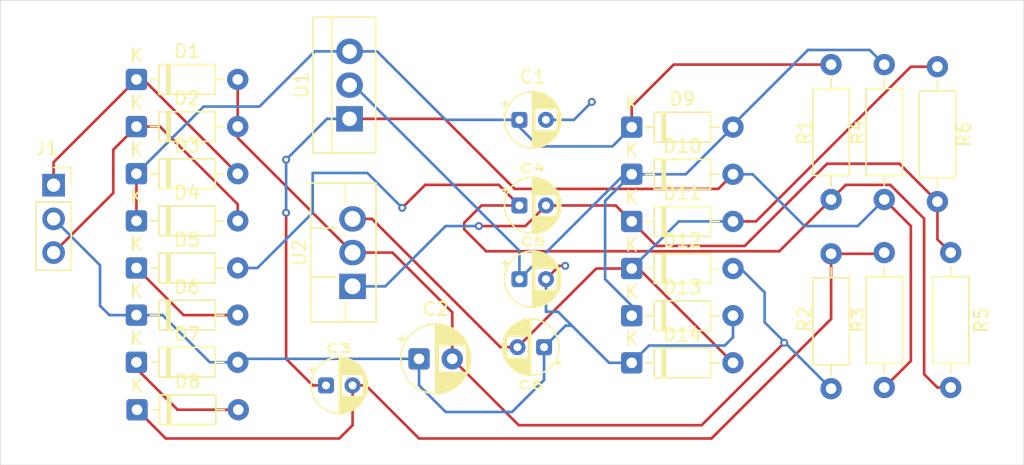
<source format=kicad_pcb>
(kicad_pcb (version 20241229) (generator "pcbnew") (generator_version "9.0")
  (layers (0 "F.Cu" signal) (2 "B.Cu" signal) (13 "F.Paste" user) (15 "B.Paste" user) (5 "F.SilkS" user "F.Silkscreen") (7 "B.SilkS" user "B.Silkscreen") (1 "F.Mask" user) (3 "B.Mask" user) (25 "Edge.Cuts" user))
  (net 0 "")
  (net 1 "Net-(D3-K)")
  (net 2 "GND")
  (net 3 "Net-(D1-A)")
  (net 4 "Net-(D8-K)")
  (net 5 "Net-(D10-A)")
  (net 6 "Net-(D11-K)")
  (net 7 "Net-(D5-A)")
  (net 8 "+15V")
  (net 9 "-15V")
  (net 10 "Net-(D1-K)")
  (net 11 "Net-(D2-K)")
  (net 12 "Net-(D5-K)")
  (net 13 "Net-(D7-K)")
  (footprint "Capacitor_THT:CP_Radial_D4.0mm_P2.00mm" (layer "F.Cu") (at 116.55 58)
    (property "Reference" "C1" (at 1 -3.25 0) (layer "F.SilkS"))
    (property "Value" "2,200uF" (hide yes))
    (pad "1" thru_hole roundrect (at 0 0) (size 1.2 1.2) (drill 0.6) (layers "*.Cu" "*.Mask") (roundrect_rratio 0.208333) (net 1 "Net-(D3-K)"))
    (pad "2" thru_hole circle (at 2 0) (size 1.2 1.2) (drill 0.6) (layers "*.Cu" "*.Mask") (net 2 "GND"))
  )
  (footprint "Diode_THT:D_DO-35_SOD27_P7.62mm_Horizontal" (layer "F.Cu") (at 125 58.55)
    (property "Reference" "D9" (at 3.81 -2.12 0) (layer "F.SilkS"))
    (property "Value" "D")
    (fp_text user "K" (at 0 -1.8 0) (layer "F.SilkS"))
    (pad "1" thru_hole roundrect (at 0 0) (size 1.6 1.6) (drill 0.8) (layers "*.Cu" "*.Mask") (roundrect_rratio 0.15625) (net 1 "Net-(D3-K)"))
    (pad "2" thru_hole circle (at 7.62 0) (size 1.6 1.6) (drill 0.8) (layers "*.Cu" "*.Mask") (net 8 "+15V"))
  )
  (footprint "Resistor_THT:R_Axial_DIN0207_L6.3mm_D2.5mm_P10.16mm_Horizontal" (layer "F.Cu") (at 140 68.088149 -90)
    (property "Reference" "R2" (at 4.911851 2 90) (layer "F.SilkS"))
    (property "Value" "2.2K" (hide yes))
    (pad "1" thru_hole circle (at 0 0 270) (size 1.6 1.6) (drill 0.8) (layers "*.Cu" "*.Mask") (net 4 "Net-(D8-K)"))
    (pad "2" thru_hole circle (at 10.16 0 270) (size 1.6 1.6) (drill 0.8) (layers "*.Cu" "*.Mask") (net 3 "Net-(D1-A)"))
  )
  (footprint "Package_TO_SOT_THT:TO-220F-3_Vertical" (layer "F.Cu") (at 104 70.54 90)
    (property "Reference" "U2" (at 2.54 -4 90) (layer "F.SilkS"))
    (property "Value" "LM337_SOT223")
    (pad "1" thru_hole rect (at 0 0 90) (size 1.905 2) (drill 1.2) (layers "*.Cu" "*.Mask") (net 6 "Net-(D11-K)"))
    (pad "2" thru_hole oval (at 2.54 0 90) (size 1.905 2) (drill 1.2) (layers "*.Cu" "*.Mask") (net 3 "Net-(D1-A)"))
    (pad "3" thru_hole oval (at 5.08 0 90) (size 1.905 2) (drill 1.2) (layers "*.Cu" "*.Mask") (net 9 "-15V"))
  )
  (footprint "Package_TO_SOT_THT:TO-262-3_Vertical" (layer "F.Cu") (at 103.775 57.925 90)
    (property "Reference" "U1" (at 2.54 -3.6 90) (layer "F.SilkS"))
    (property "Value" "LM317_TO-263")
    (pad "1" thru_hole rect (at 0 0 90) (size 1.905 2) (drill 1.1) (layers "*.Cu" "*.Mask") (net 5 "Net-(D10-A)"))
    (pad "2" thru_hole oval (at 2.54 0 90) (size 1.905 2) (drill 1.1) (layers "*.Cu" "*.Mask") (net 8 "+15V"))
    (pad "3" thru_hole oval (at 5.08 0 90) (size 1.905 2) (drill 1.1) (layers "*.Cu" "*.Mask") (net 1 "Net-(D3-K)"))
  )
  (footprint "Capacitor_THT:CP_Radial_D4.0mm_P2.00mm" (layer "F.Cu") (at 116.55 70)
    (property "Reference" "C5" (at 1.0171 -2.809631 0) (layer "F.SilkS") (effects (font (size 0.6 1))))
    (property "Value" "0.1uF" (hide yes))
    (pad "1" thru_hole roundrect (at 0 0) (size 1.2 1.2) (drill 0.6) (layers "*.Cu" "*.Mask") (roundrect_rratio 0.208333) (net 8 "+15V"))
    (pad "2" thru_hole circle (at 2 0) (size 1.2 1.2) (drill 0.6) (layers "*.Cu" "*.Mask") (net 2 "GND"))
  )
  (footprint "Diode_THT:D_DO-35_SOD27_P7.62mm_Horizontal" (layer "F.Cu") (at 125 72.75)
    (property "Reference" "D13" (at 3.81 -2.12 0) (layer "F.SilkS"))
    (property "Value" "D")
    (fp_text user "K" (at 0 -1.8 0) (layer "F.SilkS"))
    (pad "1" thru_hole roundrect (at 0 0) (size 1.6 1.6) (drill 0.8) (layers "*.Cu" "*.Mask") (roundrect_rratio 0.15625) (net 8 "+15V"))
    (pad "2" thru_hole circle (at 7.62 0) (size 1.6 1.6) (drill 0.8) (layers "*.Cu" "*.Mask") (net 2 "GND"))
  )
  (footprint "Diode_THT:D_DO-35_SOD27_P7.62mm_Horizontal" (layer "F.Cu") (at 87.78342 79.833885)
    (property "Reference" "D8" (at 3.81 -2.12 0) (layer "F.SilkS"))
    (property "Value" "D" (hide yes))
    (fp_text user "K" (at 0 -1.8 0) (layer "F.SilkS"))
    (pad "1" thru_hole roundrect (at 0 0) (size 1.6 1.6) (drill 0.8) (layers "*.Cu" "*.Mask") (roundrect_rratio 0.15625) (net 4 "Net-(D8-K)"))
    (pad "2" thru_hole circle (at 7.62 0) (size 1.6 1.6) (drill 0.8) (layers "*.Cu" "*.Mask") (net 13 "Net-(D7-K)"))
  )
  (footprint "Diode_THT:D_DO-35_SOD27_P7.62mm_Horizontal" (layer "F.Cu") (at 87.740725 65.60813)
    (property "Reference" "D4" (at 3.81 -2.12 0) (layer "F.SilkS"))
    (property "Value" "D")
    (fp_text user "K" (at 0 -1.8 0) (layer "F.SilkS"))
    (pad "1" thru_hole roundrect (at 0 0) (size 1.6 1.6) (drill 0.8) (layers "*.Cu" "*.Mask") (roundrect_rratio 0.15625) (net 1 "Net-(D3-K)"))
    (pad "2" thru_hole circle (at 7.62 0) (size 1.6 1.6) (drill 0.8) (layers "*.Cu" "*.Mask") (net 11 "Net-(D2-K)"))
  )
  (footprint "Diode_THT:D_DO-35_SOD27_P7.62mm_Horizontal" (layer "F.Cu") (at 87.740725 62.05813)
    (property "Reference" "D3" (at 3.81 -2.12 0) (layer "F.SilkS"))
    (property "Value" "D")
    (fp_text user "K" (at 0 -1.8 0) (layer "F.SilkS"))
    (pad "1" thru_hole roundrect (at 0 0) (size 1.6 1.6) (drill 0.8) (layers "*.Cu" "*.Mask") (roundrect_rratio 0.15625) (net 1 "Net-(D3-K)"))
    (pad "2" thru_hole circle (at 7.62 0) (size 1.6 1.6) (drill 0.8) (layers "*.Cu" "*.Mask") (net 10 "Net-(D1-K)"))
  )
  (footprint "Resistor_THT:R_Axial_DIN0207_L6.3mm_D2.5mm_P10.16mm_Horizontal" (layer "F.Cu") (at 148 64.16 90)
    (property "Reference" "R6" (at 5.08 2 90) (layer "F.SilkS"))
    (property "Value" "120" (hide yes))
    (pad "1" thru_hole circle (at 0 0 90) (size 1.6 1.6) (drill 0.8) (layers "*.Cu" "*.Mask") (net 6 "Net-(D11-K)"))
    (pad "2" thru_hole circle (at 10.16 0 90) (size 1.6 1.6) (drill 0.8) (layers "*.Cu" "*.Mask") (net 9 "-15V"))
  )
  (footprint "Diode_THT:D_DO-35_SOD27_P7.62mm_Horizontal" (layer "F.Cu") (at 87.740725 58.50813)
    (property "Reference" "D2" (at 3.81 -2.12 0) (layer "F.SilkS"))
    (property "Value" "D")
    (fp_text user "K" (at 0 -1.8 0) (layer "F.SilkS"))
    (pad "1" thru_hole roundrect (at 0 0) (size 1.6 1.6) (drill 0.8) (layers "*.Cu" "*.Mask") (roundrect_rratio 0.15625) (net 11 "Net-(D2-K)"))
    (pad "2" thru_hole circle (at 7.62 0) (size 1.6 1.6) (drill 0.8) (layers "*.Cu" "*.Mask") (net 3 "Net-(D1-A)"))
  )
  (footprint "Diode_THT:D_DO-35_SOD27_P7.62mm_Horizontal" (layer "F.Cu") (at 87.740725 72.70813)
    (property "Reference" "D6" (at 3.81 -2.12 0) (layer "F.SilkS"))
    (property "Value" "D")
    (fp_text user "K" (at 0 -1.8 0) (layer "F.SilkS"))
    (pad "1" thru_hole roundrect (at 0 0) (size 1.6 1.6) (drill 0.8) (layers "*.Cu" "*.Mask") (roundrect_rratio 0.15625) (net 2 "GND"))
    (pad "2" thru_hole circle (at 7.62 0) (size 1.6 1.6) (drill 0.8) (layers "*.Cu" "*.Mask") (net 12 "Net-(D5-K)"))
  )
  (footprint "Diode_THT:D_DO-35_SOD27_P7.62mm_Horizontal" (layer "F.Cu") (at 87.740725 54.95813)
    (property "Reference" "D1" (at 3.81 -2.12 0) (layer "F.SilkS"))
    (property "Value" "D")
    (fp_text user "K" (at 0 -1.8 0) (layer "F.SilkS"))
    (pad "1" thru_hole roundrect (at 0 0) (size 1.6 1.6) (drill 0.8) (layers "*.Cu" "*.Mask") (roundrect_rratio 0.15625) (net 10 "Net-(D1-K)"))
    (pad "2" thru_hole circle (at 7.62 0) (size 1.6 1.6) (drill 0.8) (layers "*.Cu" "*.Mask") (net 3 "Net-(D1-A)"))
  )
  (footprint "Diode_THT:D_DO-35_SOD27_P7.62mm_Horizontal" (layer "F.Cu") (at 125 76.3)
    (property "Reference" "D14" (at 3.81 -2.12 0) (layer "F.SilkS"))
    (property "Value" "D")
    (fp_text user "K" (at 0 -1.8 0) (layer "F.SilkS"))
    (pad "1" thru_hole roundrect (at 0 0) (size 1.6 1.6) (drill 0.8) (layers "*.Cu" "*.Mask") (roundrect_rratio 0.15625) (net 2 "GND"))
    (pad "2" thru_hole circle (at 7.62 0) (size 1.6 1.6) (drill 0.8) (layers "*.Cu" "*.Mask") (net 9 "-15V"))
  )
  (footprint "Capacitor_THT:CP_Radial_D4.0mm_P2.00mm" (layer "F.Cu") (at 118.406735 75.121968 180)
    (property "Reference" "C6" (at 1 -2.854301 0) (layer "F.SilkS") (effects (font (size 0.6 1))))
    (property "Value" "0.1uF" (hide yes))
    (pad "1" thru_hole roundrect (at 0 0 180) (size 1.2 1.2) (drill 0.6) (layers "*.Cu" "*.Mask") (roundrect_rratio 0.208333) (net 2 "GND"))
    (pad "2" thru_hole circle (at 2 0 180) (size 1.2 1.2) (drill 0.6) (layers "*.Cu" "*.Mask") (net 9 "-15V"))
  )
  (footprint "Resistor_THT:R_Axial_DIN0207_L6.3mm_D2.5mm_P10.16mm_Horizontal" (layer "F.Cu") (at 149 78.16 90)
    (property "Reference" "R5" (at 5.074268 2.290642 90) (layer "F.SilkS"))
    (property "Value" "5KB" (hide yes))
    (pad "1" thru_hole circle (at 0 0 90) (size 1.6 1.6) (drill 0.8) (layers "*.Cu" "*.Mask") (net 7 "Net-(D5-A)"))
    (pad "2" thru_hole circle (at 10.16 0 90) (size 1.6 1.6) (drill 0.8) (layers "*.Cu" "*.Mask") (net 6 "Net-(D11-K)"))
  )
  (footprint "Connector_PinSocket_2.54mm:PinSocket_1x03_P2.54mm_Vertical" (layer "F.Cu") (at 81.50813 62.92)
    (property "Reference" "J1" (at -0.50813 -2.77 0) (layer "F.SilkS"))
    (property "Value" "Screw_Terminal_01x03" (hide yes))
    (pad "1" thru_hole rect (at 0 0) (size 1.7 1.7) (drill 1) (layers "*.Cu" "*.Mask") (net 10 "Net-(D1-K)"))
    (pad "2" thru_hole circle (at 0 2.54) (size 1.7 1.7) (drill 1) (layers "*.Cu" "*.Mask") (net 2 "GND"))
    (pad "3" thru_hole circle (at 0 5.08) (size 1.7 1.7) (drill 1) (layers "*.Cu" "*.Mask") (net 11 "Net-(D2-K)"))
  )
  (footprint "Diode_THT:D_DO-35_SOD27_P7.62mm_Horizontal" (layer "F.Cu") (at 87.740725 69.15813)
    (property "Reference" "D5" (at 3.81 -2.12 0) (layer "F.SilkS"))
    (property "Value" "D")
    (fp_text user "K" (at 0 -1.8 0) (layer "F.SilkS"))
    (pad "1" thru_hole roundrect (at 0 0) (size 1.6 1.6) (drill 0.8) (layers "*.Cu" "*.Mask") (roundrect_rratio 0.15625) (net 12 "Net-(D5-K)"))
    (pad "2" thru_hole circle (at 7.62 0) (size 1.6 1.6) (drill 0.8) (layers "*.Cu" "*.Mask") (net 7 "Net-(D5-A)"))
  )
  (footprint "Diode_THT:D_DO-35_SOD27_P7.62mm_Horizontal" (layer "F.Cu") (at 125 69.2)
    (property "Reference" "D12" (at 3.81 -2.12 0) (layer "F.SilkS"))
    (property "Value" "D")
    (fp_text user "K" (at 0 -1.8 0) (layer "F.SilkS"))
    (pad "1" thru_hole roundrect (at 0 0) (size 1.6 1.6) (drill 0.8) (layers "*.Cu" "*.Mask") (roundrect_rratio 0.15625) (net 9 "-15V"))
    (pad "2" thru_hole circle (at 7.62 0) (size 1.6 1.6) (drill 0.8) (layers "*.Cu" "*.Mask") (net 3 "Net-(D1-A)"))
  )
  (footprint "Diode_THT:D_DO-35_SOD27_P7.62mm_Horizontal" (layer "F.Cu") (at 125 62.1)
    (property "Reference" "D10" (at 3.81 -2.12 0) (layer "F.SilkS"))
    (property "Value" "D")
    (fp_text user "K" (at 0 -1.8 0) (layer "F.SilkS"))
    (pad "1" thru_hole roundrect (at 0 0) (size 1.6 1.6) (drill 0.8) (layers "*.Cu" "*.Mask") (roundrect_rratio 0.15625) (net 8 "+15V"))
    (pad "2" thru_hole circle (at 7.62 0) (size 1.6 1.6) (drill 0.8) (layers "*.Cu" "*.Mask") (net 5 "Net-(D10-A)"))
  )
  (footprint "Resistor_THT:R_Axial_DIN0207_L6.3mm_D2.5mm_P10.16mm_Horizontal" (layer "F.Cu") (at 144 53.84 -90)
    (property "Reference" "R4" (at 5.08 2 90) (layer "F.SilkS") (effects (font (size 0.8 1))))
    (property "Value" "120" (hide yes))
    (pad "1" thru_hole circle (at 0 0 270) (size 1.6 1.6) (drill 0.8) (layers "*.Cu" "*.Mask") (net 8 "+15V"))
    (pad "2" thru_hole circle (at 10.16 0 270) (size 1.6 1.6) (drill 0.8) (layers "*.Cu" "*.Mask") (net 5 "Net-(D10-A)"))
  )
  (footprint "Resistor_THT:R_Axial_DIN0207_L6.3mm_D2.5mm_P10.16mm_Horizontal" (layer "F.Cu") (at 140 53.84 -90)
    (property "Reference" "R1" (at 5.08 2 90) (layer "F.SilkS"))
    (property "Value" "2.2K" (hide yes))
    (pad "1" thru_hole circle (at 0 0 270) (size 1.6 1.6) (drill 0.8) (layers "*.Cu" "*.Mask") (net 1 "Net-(D3-K)"))
    (pad "2" thru_hole circle (at 10.16 0 270) (size 1.6 1.6) (drill 0.8) (layers "*.Cu" "*.Mask") (net 7 "Net-(D5-A)"))
  )
  (footprint "Capacitor_THT:CP_Radial_D4.0mm_P2.00mm" (layer "F.Cu") (at 116.55 64.45)
    (property "Reference" "C4" (at 0.993369 -2.81259 0) (layer "F.SilkS") (effects (font (size 0.6 1))))
    (property "Value" "10uF" (hide yes))
    (pad "1" thru_hole roundrect (at 0 0) (size 1.2 1.2) (drill 0.6) (layers "*.Cu" "*.Mask") (roundrect_rratio 0.208333) (net 7 "Net-(D5-A)"))
    (pad "2" thru_hole circle (at 2 0) (size 1.2 1.2) (drill 0.6) (layers "*.Cu" "*.Mask") (net 6 "Net-(D11-K)"))
  )
  (footprint "Capacitor_THT:CP_Radial_D4.0mm_P2.00mm" (layer "F.Cu") (at 102 78)
    (property "Reference" "C3" (at 0.969639 -2.768087 0) (layer "F.SilkS") (effects (font (size 0.6 1))))
    (property "Value" "10Uf" (hide yes))
    (pad "1" thru_hole roundrect (at 0 0) (size 1.2 1.2) (drill 0.6) (layers "*.Cu" "*.Mask") (roundrect_rratio 0.208333) (net 5 "Net-(D10-A)"))
    (pad "2" thru_hole circle (at 2 0) (size 1.2 1.2) (drill 0.6) (layers "*.Cu" "*.Mask") (net 4 "Net-(D8-K)"))
  )
  (footprint "Capacitor_THT:CP_Radial_D5.0mm_P2.50mm" (layer "F.Cu") (at 109 76)
    (property "Reference" "C2" (at 1.25 -3.75 0) (layer "F.SilkS"))
    (property "Value" "2,200uF" (hide yes))
    (pad "1" thru_hole roundrect (at 0 0) (size 1.6 1.6) (drill 0.8) (layers "*.Cu" "*.Mask") (roundrect_rratio 0.15625) (net 2 "GND"))
    (pad "2" thru_hole circle (at 2.5 0) (size 1.6 1.6) (drill 0.8) (layers "*.Cu" "*.Mask") (net 3 "Net-(D1-A)"))
  )
  (footprint "Resistor_THT:R_Axial_DIN0207_L6.3mm_D2.5mm_P10.16mm_Horizontal" (layer "F.Cu") (at 144 78.16 90)
    (property "Reference" "R3" (at 5.08 -2 90) (layer "F.SilkS") (effects (font (size 0.8 1))))
    (property "Value" "5KB" (hide yes))
    (pad "1" thru_hole circle (at 0 0 90) (size 1.6 1.6) (drill 0.8) (layers "*.Cu" "*.Mask") (net 5 "Net-(D10-A)"))
    (pad "2" thru_hole circle (at 10.16 0 90) (size 1.6 1.6) (drill 0.8) (layers "*.Cu" "*.Mask") (net 4 "Net-(D8-K)"))
  )
  (footprint "Diode_THT:D_DO-35_SOD27_P7.62mm_Horizontal" (layer "F.Cu") (at 125 65.65)
    (property "Reference" "D11" (at 3.81 -2.12 0) (layer "F.SilkS"))
    (property "Value" "D")
    (fp_text user "K" (at 0 -1.8 0) (layer "F.SilkS"))
    (pad "1" thru_hole roundrect (at 0 0) (size 1.6 1.6) (drill 0.8) (layers "*.Cu" "*.Mask") (roundrect_rratio 0.15625) (net 6 "Net-(D11-K)"))
    (pad "2" thru_hole circle (at 7.62 0) (size 1.6 1.6) (drill 0.8) (layers "*.Cu" "*.Mask") (net 9 "-15V"))
  )
  (footprint "Diode_THT:D_DO-35_SOD27_P7.62mm_Horizontal" (layer "F.Cu") (at 87.740725 76.25813)
    (property "Reference" "D7" (at 3.81 -2.12 0) (layer "F.SilkS"))
    (property "Value" "D")
    (fp_text user "K" (at 0 -1.8 0) (layer "F.SilkS"))
    (pad "1" thru_hole roundrect (at 0 0) (size 1.6 1.6) (drill 0.8) (layers "*.Cu" "*.Mask") (roundrect_rratio 0.15625) (net 13 "Net-(D7-K)"))
    (pad "2" thru_hole circle (at 7.62 0) (size 1.6 1.6) (drill 0.8) (layers "*.Cu" "*.Mask") (net 2 "GND"))
  )
  (gr_rect (start 77.5 49) (end 154.5 84) (stroke (width 0.05)) (fill no) (layer "Edge.Cuts"))
  (segment (start 125 58.55) (end 125 57) (width 0.2) (layer "F.Cu") (net 1))
  (segment (start 128.16 53.84) (end 140 53.84) (width 0.2) (layer "F.Cu") (net 1))
  (segment (start 125 57) (end 128.16 53.84) (width 0.2) (layer "F.Cu") (net 1))
  (segment (start 87.740725 65.60813) (end 87.740725 62.05813) (width 0.2) (layer "F.Cu") (net 1))
  (segment (start 101.155 52.845) (end 103.775 52.845) (width 0.2) (layer "B.Cu") (net 1))
  (segment (start 116.55 58.55) (end 118 60) (width 0.2) (layer "B.Cu") (net 1))
  (segment (start 116.55 58) (end 116.55 58.55) (width 0.2) (layer "B.Cu") (net 1))
  (segment (start 92.798855 57) (end 97 57) (width 0.2) (layer "B.Cu") (net 1))
  (segment (start 123.55 60) (end 125 58.55) (width 0.2) (layer "B.Cu") (net 1))
  (segment (start 87.740725 62.05813) (end 92.798855 57) (width 0.2) (layer "B.Cu") (net 1))
  (segment (start 118 60) (end 123.55 60) (width 0.2) (layer "B.Cu") (net 1))
  (segment (start 111 58) (end 116.55 58) (width 0.2) (layer "B.Cu") (net 1))
  (segment (start 97 57) (end 101.155 52.845) (width 0.2) (layer "B.Cu") (net 1))
  (segment (start 105.845 52.845) (end 111 58) (width 0.2) (layer "B.Cu") (net 1))
  (segment (start 103.775 52.845) (end 105.845 52.845) (width 0.2) (layer "B.Cu") (net 1))
  (segment (start 119.55 69) (end 120 69) (width 0.2) (layer "F.Cu") (net 2))
  (segment (start 118.55 70) (end 119.55 69) (width 0.2) (layer "F.Cu") (net 2))
  (via (at 120 69) (size 0.6) (drill 0.3) (layers "F.Cu" "B.Cu") (net 2))
  (via (at 122 56.65) (size 0.6) (drill 0.3) (layers "F.Cu" "B.Cu") (net 2))
  (segment (start 120.5 73.5) (end 123.3 76.3) (width 0.2) (layer "B.Cu") (net 2))
  (segment (start 116 80) (end 118.406735 77.593265) (width 0.2) (layer "B.Cu") (net 2))
  (segment (start 95.74187 76.25813) (end 96 76) (width 0.2) (layer "B.Cu") (net 2))
  (segment (start 118.55 58) (end 120.65 58) (width 0.2) (layer "B.Cu") (net 2))
  (segment (start 132 75) (end 132.62 74.38) (width 0.2) (layer "B.Cu") (net 2))
  (segment (start 85 72) (end 85.70813 72.70813) (width 0.2) (layer "B.Cu") (net 2))
  (segment (start 85 68.95187) (end 85 72) (width 0.2) (layer "B.Cu") (net 2))
  (segment (start 85.70813 72.70813) (end 87.740725 72.70813) (width 0.2) (layer "B.Cu") (net 2))
  (segment (start 125 76.3) (end 126.3 75) (width 0.2) (layer "B.Cu") (net 2))
  (segment (start 123.3 76.3) (end 125 76.3) (width 0.2) (layer "B.Cu") (net 2))
  (segment (start 93.25813 76.25813) (end 95.360725 76.25813) (width 0.2) (layer "B.Cu") (net 2))
  (segment (start 132.62 74.38) (end 132.62 72.75) (width 0.2) (layer "B.Cu") (net 2))
  (segment (start 109 78) (end 111 80) (width 0.2) (layer "B.Cu") (net 2))
  (segment (start 95.360725 76.25813) (end 95.74187 76.25813) (width 0.2) (layer "B.Cu") (net 2))
  (segment (start 119.45 72.45) (end 120.5 73.5) (width 0.2) (layer "B.Cu") (net 2))
  (segment (start 120.028703 73.5) (end 120.5 73.5) (width 0.2) (layer "B.Cu") (net 2))
  (segment (start 118.55 72.45) (end 118.55 70) (width 0.2) (layer "B.Cu") (net 2))
  (segment (start 118.406735 75.121968) (end 120.028703 73.5) (width 0.2) (layer "B.Cu") (net 2))
  (segment (start 109 76) (end 109 78) (width 0.2) (layer "B.Cu") (net 2))
  (segment (start 81.50813 65.46) (end 85 68.95187) (width 0.2) (layer "B.Cu") (net 2))
  (segment (start 96 76) (end 109 76) (width 0.2) (layer "B.Cu") (net 2))
  (segment (start 126.3 75) (end 132 75) (width 0.2) (layer "B.Cu") (net 2))
  (segment (start 89.70813 72.70813) (end 93.25813 76.25813) (width 0.2) (layer "B.Cu") (net 2))
  (segment (start 120.65 58) (end 122 56.65) (width 0.2) (layer "B.Cu") (net 2))
  (segment (start 118.55 72.45) (end 119.45 72.45) (width 0.2) (layer "B.Cu") (net 2))
  (segment (start 111 80) (end 116 80) (width 0.2) (layer "B.Cu") (net 2))
  (segment (start 87.740725 72.70813) (end 89.70813 72.70813) (width 0.2) (layer "B.Cu") (net 2))
  (segment (start 118.406735 77.593265) (end 118.406735 75.121968) (width 0.2) (layer "B.Cu") (net 2))
  (segment (start 130.260157 81) (end 136.471096 74.789061) (width 0.2) (layer "F.Cu") (net 3))
  (segment (start 95.360725 59.360725) (end 104 68) (width 0.2) (layer "F.Cu") (net 3))
  (segment (start 104 68) (end 107 68) (width 0.2) (layer "F.Cu") (net 3))
  (segment (start 95.360725 54.95813) (end 95.360725 58.50813) (width 0.2) (layer "F.Cu") (net 3))
  (segment (start 111.5 76) (end 116.5 81) (width 0.2) (layer "F.Cu") (net 3))
  (segment (start 116.5 81) (end 130.260157 81) (width 0.2) (layer "F.Cu") (net 3))
  (segment (start 107 68) (end 111.5 72.5) (width 0.2) (layer "F.Cu") (net 3))
  (segment (start 95.360725 58.50813) (end 95.360725 59.360725) (width 0.2) (layer "F.Cu") (net 3))
  (segment (start 111.5 72.5) (end 111.5 76) (width 0.2) (layer "F.Cu") (net 3))
  (via (at 136.471096 74.789061) (size 0.6) (drill 0.3) (layers "F.Cu" "B.Cu") (net 3))
  (segment (start 135 71) (end 135 73.248149) (width 0.2) (layer "B.Cu") (net 3))
  (segment (start 135 73.248149) (end 140 78.248149) (width 0.2) (layer "B.Cu") (net 3))
  (segment (start 133.2 69.2) (end 135 71) (width 0.2) (layer "B.Cu") (net 3))
  (segment (start 132.62 69.2) (end 133.2 69.2) (width 0.2) (layer "B.Cu") (net 3))
  (segment (start 104 81) (end 104 78) (width 0.2) (layer "F.Cu") (net 4))
  (segment (start 87.78342 79.833885) (end 89.949535 82) (width 0.2) (layer "F.Cu") (net 4))
  (segment (start 140 68.088149) (end 143.911851 68.088149) (width 0.2) (layer "F.Cu") (net 4))
  (segment (start 105 78) (end 109 82) (width 0.2) (layer "F.Cu") (net 4))
  (segment (start 143.911851 68.088149) (end 144 68) (width 0.2) (layer "F.Cu") (net 4))
  (segment (start 103 82) (end 104 81) (width 0.2) (layer "F.Cu") (net 4))
  (segment (start 104 78) (end 105 78) (width 0.2) (layer "F.Cu") (net 4))
  (segment (start 140 73) (end 140 68.088149) (width 0.2) (layer "F.Cu") (net 4))
  (segment (start 109 82) (end 131 82) (width 0.2) (layer "F.Cu") (net 4))
  (segment (start 131 82) (end 140 73) (width 0.2) (layer "F.Cu") (net 4))
  (segment (start 89.949535 82) (end 103 82) (width 0.2) (layer "F.Cu") (net 4))
  (segment (start 103.775 57.925) (end 110.925 57.925) (width 0.2) (layer "F.Cu") (net 5))
  (segment (start 146 66) (end 144 64) (width 0.2) (layer "F.Cu") (net 5))
  (segment (start 99 76) (end 99 68) (width 0.2) (layer "F.Cu") (net 5))
  (segment (start 101 78) (end 99 76) (width 0.2) (layer "F.Cu") (net 5))
  (segment (start 146 76.16) (end 146 66) (width 0.2) (layer "F.Cu") (net 5))
  (segment (start 131.519 63.201) (end 132.62 62.1) (width 0.2) (layer "F.Cu") (net 5))
  (segment (start 110.925 57.925) (end 116.201 63.201) (width 0.2) (layer "F.Cu") (net 5))
  (segment (start 116.201 63.201) (end 131.519 63.201) (width 0.2) (layer "F.Cu") (net 5))
  (segment (start 99 68) (end 99 65) (width 0.2) (layer "F.Cu") (net 5))
  (segment (start 144 78.16) (end 146 76.16) (width 0.2) (layer "F.Cu") (net 5))
  (segment (start 102 78) (end 101 78) (width 0.2) (layer "F.Cu") (net 5))
  (via (at 99 65) (size 0.6) (drill 0.3) (layers "F.Cu" "B.Cu") (net 5))
  (via (at 99 61) (size 0.6) (drill 0.3) (layers "F.Cu" "B.Cu") (net 5))
  (segment (start 99 62) (end 99 61) (width 0.2) (layer "B.Cu") (net 5))
  (segment (start 134.1 62.1) (end 138 66) (width 0.2) (layer "B.Cu") (net 5))
  (segment (start 132.62 62.1) (end 134.1 62.1) (width 0.2) (layer "B.Cu") (net 5))
  (segment (start 142 66) (end 144 64) (width 0.2) (layer "B.Cu") (net 5))
  (segment (start 99 65) (end 99 62) (width 0.2) (layer "B.Cu") (net 5))
  (segment (start 102.075 57.925) (end 103.775 57.925) (width 0.2) (layer "B.Cu") (net 5))
  (segment (start 138 66) (end 142 66) (width 0.2) (layer "B.Cu") (net 5))
  (segment (start 99 61) (end 102.075 57.925) (width 0.2) (layer "B.Cu") (net 5))
  (segment (start 148 64.16) (end 145.147972 61.307972) (width 0.2) (layer "F.Cu") (net 6))
  (segment (start 149 68) (end 148 67) (width 0.2) (layer "F.Cu") (net 6))
  (segment (start 145.147972 61.307972) (end 139.692028 61.307972) (width 0.2) (layer "F.Cu") (net 6))
  (segment (start 117 66) (end 118.55 64.45) (width 0.2) (layer "F.Cu") (net 6))
  (segment (start 133.501658 67.498342) (end 126.848342 67.498342) (width 0.2) (layer "F.Cu") (net 6))
  (segment (start 139.692028 61.307972) (end 133.501658 67.498342) (width 0.2) (layer "F.Cu") (net 6))
  (segment (start 118.55 64.45) (end 123.8 64.45) (width 0.2) (layer "F.Cu") (net 6))
  (segment (start 123.8 64.45) (end 125 65.65) (width 0.2) (layer "F.Cu") (net 6))
  (segment (start 126.848342 67.498342) (end 125 65.65) (width 0.2) (layer "F.Cu") (net 6))
  (segment (start 148 67) (end 148 64.16) (width 0.2) (layer "F.Cu") (net 6))
  (segment (start 113.502937 66) (end 117 66) (width 0.2) (layer "F.Cu") (net 6))
  (via (at 113.502937 66) (size 0.6) (drill 0.3) (layers "F.Cu" "B.Cu") (net 6))
  (segment (start 111 66) (end 106.46 70.54) (width 0.2) (layer "B.Cu") (net 6))
  (segment (start 113.502937 66) (end 111 66) (width 0.2) (layer "B.Cu") (net 6))
  (segment (start 106.46 70.54) (end 104 70.54) (width 0.2) (layer "B.Cu") (net 6))
  (segment (start 147 77.16) (end 148 78.16) (width 0.2) (layer "F.Cu") (net 7))
  (segment (start 148 78.16) (end 149 78.16) (width 0.2) (layer "F.Cu") (net 7))
  (segment (start 108.644041 63.718547) (end 107.735648 64.62694) (width 0.2) (layer "F.Cu") (net 7))
  (segment (start 140 64) (end 141.101 62.899) (width 0.2) (layer "F.Cu") (net 7))
  (segment (start 114.049399 67.899342) (end 112.399 66.248943) (width 0.2) (layer "F.Cu") (net 7))
  (segment (start 140 64) (end 136.100658 67.899342) (width 0.2) (layer "F.Cu") (net 7))
  (segment (start 112.399 65.751057) (end 113.700057 64.45) (width 0.2) (layer "F.Cu") (net 7))
  (segment (start 141.101 62.899) (end 144.45605 62.899) (width 0.2) (layer "F.Cu") (net 7))
  (segment (start 116.55 64.45) (end 114.999 62.899) (width 0.2) (layer "F.Cu") (net 7))
  (segment (start 112.399 66.248943) (end 112.399 65.751057) (width 0.2) (layer "F.Cu") (net 7))
  (segment (start 144.45605 62.899) (end 147 65.44295) (width 0.2) (layer "F.Cu") (net 7))
  (segment (start 136.100658 67.899342) (end 114.049399 67.899342) (width 0.2) (layer "F.Cu") (net 7))
  (segment (start 147 65.44295) (end 147 77.16) (width 0.2) (layer "F.Cu") (net 7))
  (segment (start 114.999 62.899) (end 109.463588 62.899) (width 0.2) (layer "F.Cu") (net 7))
  (segment (start 109.463588 62.899) (end 108.644041 63.718547) (width 0.2) (layer "F.Cu") (net 7))
  (segment (start 107.735648 64.62694) (end 107.735648 64.644041) (width 0.2) (layer "F.Cu") (net 7))
  (segment (start 113.700057 64.45) (end 116.55 64.45) (width 0.2) (layer "F.Cu") (net 7))
  (via (at 107.735648 64.62694) (size 0.6) (drill 0.3) (layers "F.Cu" "B.Cu") (net 7))
  (segment (start 96.84187 69.15813) (end 95.360725 69.15813) (width 0.2) (layer "B.Cu") (net 7))
  (segment (start 107.735648 64.62694) (end 105.108708 62) (width 0.2) (layer "B.Cu") (net 7))
  (segment (start 101 62) (end 101 65) (width 0.2) (layer "B.Cu") (net 7))
  (segment (start 101 65) (end 96.84187 69.15813) (width 0.2) (layer "B.Cu") (net 7))
  (segment (start 105.108708 62) (end 101 62) (width 0.2) (layer "B.Cu") (net 7))
  (segment (start 138.261 52.739) (end 142.899 52.739) (width 0.2) (layer "B.Cu") (net 8))
  (segment (start 125 62.1) (end 129.07 62.1) (width 0.2) (layer "B.Cu") (net 8))
  (segment (start 116.55 70) (end 124.45 62.1) (width 0.2) (layer "B.Cu") (net 8))
  (segment (start 125 72) (end 125 72.75) (width 0.2) (layer "B.Cu") (net 8))
  (segment (start 116.55 67.855) (end 104.08 55.385) (width 0.2) (layer "B.Cu") (net 8))
  (segment (start 132.62 58.55) (end 132.62 58.38) (width 0.2) (layer "B.Cu") (net 8))
  (segment (start 132.62 58.38) (end 138.261 52.739) (width 0.2) (layer "B.Cu") (net 8))
  (segment (start 142.899 52.739) (end 144 53.84) (width 0.2) (layer "B.Cu") (net 8))
  (segment (start 104.08 55.385) (end 103.775 55.385) (width 0.2) (layer "B.Cu") (net 8))
  (segment (start 123 70) (end 125 72) (width 0.2) (layer "B.Cu") (net 8))
  (segment (start 124.45 62.1) (end 125 62.1) (width 0.2) (layer "B.Cu") (net 8))
  (segment (start 125 62.1) (end 123 64.1) (width 0.2) (layer "B.Cu") (net 8))
  (segment (start 129.07 62.1) (end 132.62 58.55) (width 0.2) (layer "B.Cu") (net 8))
  (segment (start 116.55 70) (end 116.55 67.855) (width 0.2) (layer "B.Cu") (net 8))
  (segment (start 123 64.1) (end 123 70) (width 0.2) (layer "B.Cu") (net 8))
  (segment (start 146 54) (end 134.35 65.65) (width 0.2) (layer "F.Cu") (net 9))
  (segment (start 105.46 65.46) (end 115.121968 75.121968) (width 0.2) (layer "F.Cu") (net 9))
  (segment (start 104 65.46) (end 105.46 65.46) (width 0.2) (layer "F.Cu") (net 9))
  (segment (start 134.35 65.65) (end 132.62 65.65) (width 0.2) (layer "F.Cu") (net 9))
  (segment (start 125 69.2) (end 122.328703 69.2) (width 0.2) (layer "F.Cu") (net 9))
  (segment (start 148 54) (end 146 54) (width 0.2) (layer "F.Cu") (net 9))
  (segment (start 125 69.2) (end 125.52 69.2) (width 0.2) (layer "F.Cu") (net 9))
  (segment (start 122.328703 69.2) (end 116.406735 75.121968) (width 0.2) (layer "F.Cu") (net 9))
  (segment (start 115.121968 75.121968) (end 116.406735 75.121968) (width 0.2) (layer "F.Cu") (net 9))
  (segment (start 125.52 69.2) (end 132.62 76.3) (width 0.2) (layer "F.Cu") (net 9))
  (segment (start 128.55 65.65) (end 125 69.2) (width 0.2) (layer "B.Cu") (net 9))
  (segment (start 132.62 65.65) (end 128.55 65.65) (width 0.2) (layer "B.Cu") (net 9))
  (segment (start 87.740725 54.95813) (end 81.50813 61.190725) (width 0.2) (layer "F.Cu") (net 10))
  (segment (start 88.260725 54.95813) (end 95.360725 62.05813) (width 0.2) (layer "F.Cu") (net 10))
  (segment (start 87.740725 54.95813) (end 88.260725 54.95813) (width 0.2) (layer "F.Cu") (net 10))
  (segment (start 81.50813 61.190725) (end 81.50813 62.92) (width 0.2) (layer "F.Cu") (net 10))
  (segment (start 86 60.248855) (end 87.740725 58.50813) (width 0.2) (layer "F.Cu") (net 11))
  (segment (start 81.50813 68) (end 86 63.50813) (width 0.2) (layer "F.Cu") (net 11))
  (segment (start 95.360725 64.360725) (end 95.360725 65.60813) (width 0.2) (layer "F.Cu") (net 11))
  (segment (start 86 63.50813) (end 86 60.248855) (width 0.2) (layer "F.Cu") (net 11))
  (segment (start 87.740725 58.50813) (end 89.50813 58.50813) (width 0.2) (layer "F.Cu") (net 11))
  (segment (start 89.50813 58.50813) (end 95.360725 64.360725) (width 0.2) (layer "F.Cu") (net 11))
  (segment (start 91.290725 72.70813) (end 87.740725 69.15813) (width 0.2) (layer "F.Cu") (net 12))
  (segment (start 95.360725 72.70813) (end 91.290725 72.70813) (width 0.2) (layer "F.Cu") (net 12))
  (segment (start 95.40342 79.833885) (end 90.833885 79.833885) (width 0.2) (layer "F.Cu") (net 13))
  (segment (start 87.740725 76.740725) (end 87.740725 76.25813) (width 0.2) (layer "F.Cu") (net 13))
  (segment (start 90.833885 79.833885) (end 87.740725 76.740725) (width 0.2) (layer "F.Cu") (net 13))
)
</source>
